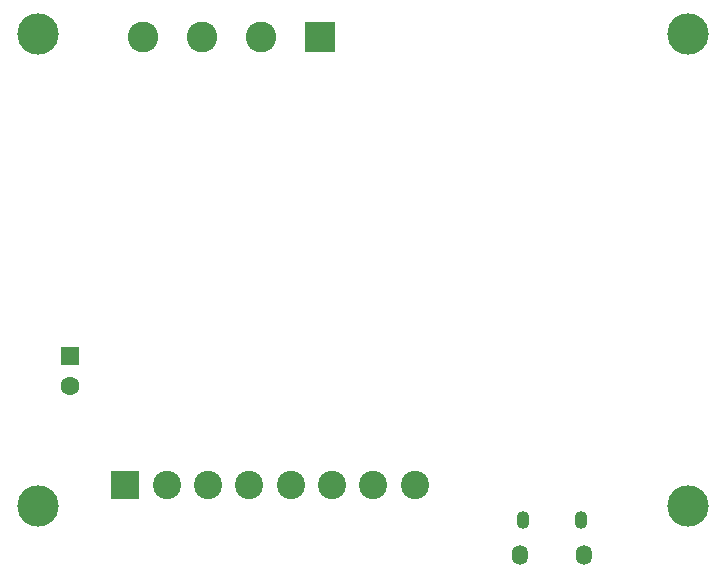
<source format=gbr>
%TF.GenerationSoftware,KiCad,Pcbnew,8.0.5*%
%TF.CreationDate,2024-12-11T15:25:16-08:00*%
%TF.ProjectId,ESP32-Proto,45535033-322d-4507-926f-746f2e6b6963,rev?*%
%TF.SameCoordinates,Original*%
%TF.FileFunction,Soldermask,Bot*%
%TF.FilePolarity,Negative*%
%FSLAX46Y46*%
G04 Gerber Fmt 4.6, Leading zero omitted, Abs format (unit mm)*
G04 Created by KiCad (PCBNEW 8.0.5) date 2024-12-11 15:25:16*
%MOMM*%
%LPD*%
G01*
G04 APERTURE LIST*
%ADD10C,1.600000*%
%ADD11R,1.600000X1.600000*%
%ADD12C,2.400000*%
%ADD13R,2.400000X2.400000*%
%ADD14C,3.500000*%
%ADD15O,1.350000X1.700000*%
%ADD16O,1.100000X1.500000*%
%ADD17C,2.600000*%
%ADD18R,2.600000X2.600000*%
G04 APERTURE END LIST*
D10*
%TO.C,C2*%
X124700000Y-104800000D03*
D11*
X124700000Y-102300000D03*
%TD*%
D12*
%TO.C,J5*%
X153900000Y-113150000D03*
X150400000Y-113150000D03*
X146900000Y-113150000D03*
X143400000Y-113150000D03*
X139900000Y-113150000D03*
X136400000Y-113150000D03*
X132900000Y-113150000D03*
D13*
X129400000Y-113150000D03*
%TD*%
D14*
%TO.C,REF\u002A\u002A*%
X122000000Y-115000000D03*
%TD*%
D15*
%TO.C,J3*%
X162790000Y-119130000D03*
D16*
X163100000Y-116130000D03*
X167940000Y-116130000D03*
D15*
X168250000Y-119130000D03*
%TD*%
D17*
%TO.C,J1*%
X130900000Y-75300000D03*
X135900000Y-75300000D03*
X140900000Y-75300000D03*
D18*
X145900000Y-75300000D03*
%TD*%
D14*
%TO.C,REF\u002A\u002A*%
X177000000Y-75000000D03*
%TD*%
%TO.C,REF\u002A\u002A*%
X177000000Y-115000000D03*
%TD*%
%TO.C,REF\u002A\u002A*%
X122000000Y-75000000D03*
%TD*%
M02*

</source>
